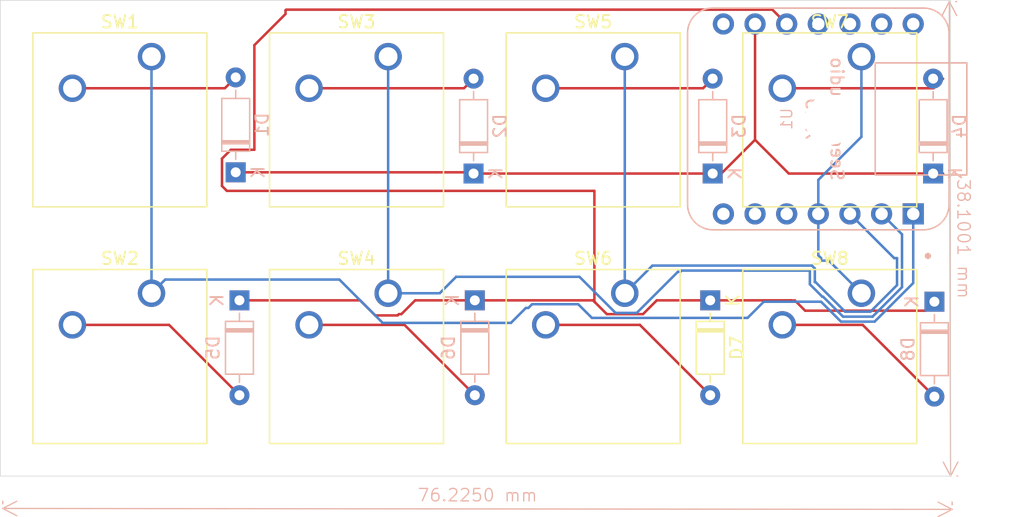
<source format=kicad_pcb>
(kicad_pcb (version 20240108) (generator "pcbnew") (generator_version "8.0")
  (layers (0 "F.Cu" signal) (31 "B.Cu" signal) (34 "B.Paste" user) (35 "F.Paste" user) (36 "B.SilkS" user "B.Silkscreen") (37 "F.SilkS" user "F.Silkscreen") (38 "B.Mask" user) (39 "F.Mask" user) (44 "Edge.Cuts" user))
  (net 0 "")
  (net 3 "column 0")
  (net 4 "column 1")
  (net 5 "column 2")
  (net 6 "column 3")
  (net 10 "row 0")
  (net 12 "Net-(D2-A)")
  (net 13 "GND")
  (net 15 "Net-(D4-A)")
  (net 16 "row 1")
  (net 17 "Net-(D5-A)")
  (net 18 "Net-(D6-A)")
  (net 19 "Net-(D7-A)")
  (net 20 "Net-(D8-A)")
  (net 21 "Net-(D1-A)")
  (net 22 "Net-(D3-A)")
  (footprint "Button_Switch_Keyboard:SW_Cherry_MX_1.00u_Plate" (layer "F.Cu") (at 175.04 66.42)
    (property "Reference" "SW7" (at -2.54 -2.794 0) (layer "F.SilkS"))
    (property "Value" "SW_Push")
    (fp_line (start -9.525 -1.905) (end 4.445 -1.905) (stroke (width 0.12)) (layer "F.SilkS"))
    (fp_line (start -9.525 12.065) (end -9.525 -1.905) (stroke (width 0.12)) (layer "F.SilkS"))
    (fp_line (start 4.445 -1.905) (end 4.445 12.065) (stroke (width 0.12)) (layer "F.SilkS"))
    (fp_line (start 4.445 12.065) (end -9.525 12.065) (stroke (width 0.12)) (layer "F.SilkS"))
    (pad "" np_thru_hole circle (at -2.54 5.08) (size 4 4) (drill 4) (layers "*.Cu" "*.Mask"))
    (pad "1" thru_hole circle (at 0 0) (size 2.2 2.2) (drill 1.5) (layers "*.Cu" "*.Mask") (net 6 "column 3"))
    (pad "2" thru_hole circle (at -6.35 2.54) (size 2.2 2.2) (drill 1.5) (layers "*.Cu" "*.Mask") (net 15 "Net-(D4-A)"))
  )
  (footprint "Button_Switch_Keyboard:SW_Cherry_MX_1.00u_Plate" (layer "F.Cu") (at 137.04 66.42)
    (property "Reference" "SW3" (at -2.54 -2.794 0) (layer "F.SilkS"))
    (property "Value" "SW_Push")
    (fp_line (start -9.525 -1.905) (end 4.445 -1.905) (stroke (width 0.12)) (layer "F.SilkS"))
    (fp_line (start -9.525 12.065) (end -9.525 -1.905) (stroke (width 0.12)) (layer "F.SilkS"))
    (fp_line (start 4.445 -1.905) (end 4.445 12.065) (stroke (width 0.12)) (layer "F.SilkS"))
    (fp_line (start 4.445 12.065) (end -9.525 12.065) (stroke (width 0.12)) (layer "F.SilkS"))
    (pad "" np_thru_hole circle (at -2.54 5.08) (size 4 4) (drill 4) (layers "*.Cu" "*.Mask"))
    (pad "1" thru_hole circle (at 0 0) (size 2.2 2.2) (drill 1.5) (layers "*.Cu" "*.Mask") (net 4 "column 1"))
    (pad "2" thru_hole circle (at -6.35 2.54) (size 2.2 2.2) (drill 1.5) (layers "*.Cu" "*.Mask") (net 12 "Net-(D2-A)"))
  )
  (footprint "Button_Switch_Keyboard:SW_Cherry_MX_1.00u_Plate" (layer "F.Cu") (at 156.04 85.42)
    (property "Reference" "SW6" (at -2.54 -2.794 0) (layer "F.SilkS"))
    (property "Value" "SW_Push")
    (fp_line (start -9.525 -1.905) (end 4.445 -1.905) (stroke (width 0.12)) (layer "F.SilkS"))
    (fp_line (start -9.525 12.065) (end -9.525 -1.905) (stroke (width 0.12)) (layer "F.SilkS"))
    (fp_line (start 4.445 -1.905) (end 4.445 12.065) (stroke (width 0.12)) (layer "F.SilkS"))
    (fp_line (start 4.445 12.065) (end -9.525 12.065) (stroke (width 0.12)) (layer "F.SilkS"))
    (pad "" np_thru_hole circle (at -2.54 5.08) (size 4 4) (drill 4) (layers "*.Cu" "*.Mask"))
    (pad "1" thru_hole circle (at 0 0) (size 2.2 2.2) (drill 1.5) (layers "*.Cu" "*.Mask") (net 5 "column 2"))
    (pad "2" thru_hole circle (at -6.35 2.54) (size 2.2 2.2) (drill 1.5) (layers "*.Cu" "*.Mask") (net 19 "Net-(D7-A)"))
  )
  (footprint "Diode_THT:D_DO-35_SOD27_P7.62mm_Horizontal" (layer "F.Cu") (at 162.9 85.99 -90)
    (property "Reference" "D7" (at 3.81 -2.12 90) (layer "F.SilkS"))
    (property "Value" "1N4148")
    (fp_line (start 1.69 1.12) (end 5.93 1.12) (stroke (width 0.12)) (layer "F.SilkS"))
    (fp_line (start 5.93 1.12) (end 5.93 -1.12) (stroke (width 0.12)) (layer "F.SilkS"))
    (fp_line (start 1.04 0) (end 1.69 0) (stroke (width 0.12)) (layer "F.SilkS"))
    (fp_line (start 6.58 0) (end 5.93 0) (stroke (width 0.12)) (layer "F.SilkS"))
    (fp_line (start 1.69 -1.12) (end 1.69 1.12) (stroke (width 0.12)) (layer "F.SilkS"))
    (fp_line (start 2.29 -1.12) (end 2.29 1.12) (stroke (width 0.12)) (layer "F.SilkS"))
    (fp_line (start 2.41 -1.12) (end 2.41 1.12) (stroke (width 0.12)) (layer "F.SilkS"))
    (fp_line (start 2.53 -1.12) (end 2.53 1.12) (stroke (width 0.12)) (layer "F.SilkS"))
    (fp_line (start 5.93 -1.12) (end 1.69 -1.12) (stroke (width 0.12)) (layer "F.SilkS"))
    (fp_text user "K" (at 0 -1.8 90) (layer "F.SilkS"))
    (pad "1" thru_hole rect (at 0 0 270) (size 1.6 1.6) (drill 0.8) (layers "*.Cu" "*.Mask") (net 16 "row 1"))
    (pad "2" thru_hole oval (at 7.62 0 270) (size 1.6 1.6) (drill 0.8) (layers "*.Cu" "*.Mask") (net 19 "Net-(D7-A)"))
  )
  (footprint "Button_Switch_Keyboard:SW_Cherry_MX_1.00u_Plate" (layer "F.Cu") (at 137.04 85.42)
    (property "Reference" "SW4" (at -2.54 -2.794 0) (layer "F.SilkS"))
    (property "Value" "SW_Push")
    (fp_line (start -9.525 -1.905) (end 4.445 -1.905) (stroke (width 0.12)) (layer "F.SilkS"))
    (fp_line (start -9.525 12.065) (end -9.525 -1.905) (stroke (width 0.12)) (layer "F.SilkS"))
    (fp_line (start 4.445 -1.905) (end 4.445 12.065) (stroke (width 0.12)) (layer "F.SilkS"))
    (fp_line (start 4.445 12.065) (end -9.525 12.065) (stroke (width 0.12)) (layer "F.SilkS"))
    (pad "" np_thru_hole circle (at -2.54 5.08) (size 4 4) (drill 4) (layers "*.Cu" "*.Mask"))
    (pad "1" thru_hole circle (at 0 0) (size 2.2 2.2) (drill 1.5) (layers "*.Cu" "*.Mask") (net 4 "column 1"))
    (pad "2" thru_hole circle (at -6.35 2.54) (size 2.2 2.2) (drill 1.5) (layers "*.Cu" "*.Mask") (net 18 "Net-(D6-A)"))
  )
  (footprint "Button_Switch_Keyboard:SW_Cherry_MX_1.00u_Plate" (layer "F.Cu") (at 175.04 85.42)
    (property "Reference" "SW8" (at -2.54 -2.794 0) (layer "F.SilkS"))
    (property "Value" "SW_Push")
    (fp_line (start -9.525 -1.905) (end 4.445 -1.905) (stroke (width 0.12)) (layer "F.SilkS"))
    (fp_line (start -9.525 12.065) (end -9.525 -1.905) (stroke (width 0.12)) (layer "F.SilkS"))
    (fp_line (start 4.445 -1.905) (end 4.445 12.065) (stroke (width 0.12)) (layer "F.SilkS"))
    (fp_line (start 4.445 12.065) (end -9.525 12.065) (stroke (width 0.12)) (layer "F.SilkS"))
    (pad "" np_thru_hole circle (at -2.54 5.08) (size 4 4) (drill 4) (layers "*.Cu" "*.Mask"))
    (pad "1" thru_hole circle (at 0 0) (size 2.2 2.2) (drill 1.5) (layers "*.Cu" "*.Mask") (net 6 "column 3"))
    (pad "2" thru_hole circle (at -6.35 2.54) (size 2.2 2.2) (drill 1.5) (layers "*.Cu" "*.Mask") (net 20 "Net-(D8-A)"))
  )
  (footprint "Button_Switch_Keyboard:SW_Cherry_MX_1.00u_Plate" (layer "F.Cu") (at 156.04 66.42)
    (property "Reference" "SW5" (at -2.54 -2.794 0) (layer "F.SilkS"))
    (property "Value" "SW_Push")
    (fp_line (start -9.525 -1.905) (end 4.445 -1.905) (stroke (width 0.12)) (layer "F.SilkS"))
    (fp_line (start -9.525 12.065) (end -9.525 -1.905) (stroke (width 0.12)) (layer "F.SilkS"))
    (fp_line (start 4.445 -1.905) (end 4.445 12.065) (stroke (width 0.12)) (layer "F.SilkS"))
    (fp_line (start 4.445 12.065) (end -9.525 12.065) (stroke (width 0.12)) (layer "F.SilkS"))
    (pad "" np_thru_hole circle (at -2.54 5.08) (size 4 4) (drill 4) (layers "*.Cu" "*.Mask"))
    (pad "1" thru_hole circle (at 0 0) (size 2.2 2.2) (drill 1.5) (layers "*.Cu" "*.Mask") (net 5 "column 2"))
    (pad "2" thru_hole circle (at -6.35 2.54) (size 2.2 2.2) (drill 1.5) (layers "*.Cu" "*.Mask") (net 22 "Net-(D3-A)"))
  )
  (footprint "Button_Switch_Keyboard:SW_Cherry_MX_1.00u_Plate" (layer "F.Cu") (at 118.04 66.42)
    (property "Reference" "SW1" (at -2.54 -2.794 0) (layer "F.SilkS"))
    (property "Value" "SW_Push")
    (fp_line (start -9.525 -1.905) (end 4.445 -1.905) (stroke (width 0.12)) (layer "F.SilkS"))
    (fp_line (start -9.525 12.065) (end -9.525 -1.905) (stroke (width 0.12)) (layer "F.SilkS"))
    (fp_line (start 4.445 -1.905) (end 4.445 12.065) (stroke (width 0.12)) (layer "F.SilkS"))
    (fp_line (start 4.445 12.065) (end -9.525 12.065) (stroke (width 0.12)) (layer "F.SilkS"))
    (pad "" np_thru_hole circle (at -2.54 5.08) (size 4 4) (drill 4) (layers "*.Cu" "*.Mask"))
    (pad "1" thru_hole circle (at 0 0) (size 2.2 2.2) (drill 1.5) (layers "*.Cu" "*.Mask") (net 3 "column 0"))
    (pad "2" thru_hole circle (at -6.35 2.54) (size 2.2 2.2) (drill 1.5) (layers "*.Cu" "*.Mask") (net 21 "Net-(D1-A)"))
  )
  (footprint "Button_Switch_Keyboard:SW_Cherry_MX_1.00u_Plate" (layer "F.Cu") (at 118.04 85.42)
    (property "Reference" "SW2" (at -2.54 -2.794 0) (layer "F.SilkS"))
    (property "Value" "SW_Push")
    (fp_line (start -9.525 -1.905) (end 4.445 -1.905) (stroke (width 0.12)) (layer "F.SilkS"))
    (fp_line (start -9.525 12.065) (end -9.525 -1.905) (stroke (width 0.12)) (layer "F.SilkS"))
    (fp_line (start 4.445 -1.905) (end 4.445 12.065) (stroke (width 0.12)) (layer "F.SilkS"))
    (fp_line (start 4.445 12.065) (end -9.525 12.065) (stroke (width 0.12)) (layer "F.SilkS"))
    (pad "" np_thru_hole circle (at -2.54 5.08) (size 4 4) (drill 4) (layers "*.Cu" "*.Mask"))
    (pad "1" thru_hole circle (at 0 0) (size 2.2 2.2) (drill 1.5) (layers "*.Cu" "*.Mask") (net 3 "column 0"))
    (pad "2" thru_hole circle (at -6.35 2.54) (size 2.2 2.2) (drill 1.5) (layers "*.Cu" "*.Mask") (net 17 "Net-(D5-A)"))
  )
  (footprint "Diode_THT:D_DO-35_SOD27_P7.62mm_Horizontal" (layer "B.Cu") (at 143.9 75.81 90)
    (property "Reference" "D2" (at 3.81 2.12 90) (layer "B.SilkS") (effects (justify mirror)))
    (property "Value" "1N4148")
    (fp_line (start 5.93 -1.12) (end 1.69 -1.12) (stroke (width 0.12)) (layer "B.SilkS"))
    (fp_line (start 2.53 -1.12) (end 2.53 1.12) (stroke (width 0.12)) (layer "B.SilkS"))
    (fp_line (start 2.41 -1.12) (end 2.41 1.12) (stroke (width 0.12)) (layer "B.SilkS"))
    (fp_line (start 2.29 -1.12) (end 2.29 1.12) (stroke (width 0.12)) (layer "B.SilkS"))
    (fp_line (start 1.69 -1.12) (end 1.69 1.12) (stroke (width 0.12)) (layer "B.SilkS"))
    (fp_line (start 5.93 0) (end 6.58 0) (stroke (width 0.12)) (layer "B.SilkS"))
    (fp_line (start 1.69 0) (end 1.04 0) (stroke (width 0.12)) (layer "B.SilkS"))
    (fp_line (start 5.93 1.12) (end 5.93 -1.12) (stroke (width 0.12)) (layer "B.SilkS"))
    (fp_line (start 1.69 1.12) (end 5.93 1.12) (stroke (width 0.12)) (layer "B.SilkS"))
    (fp_text user "K" (at 0 1.8 90) (layer "B.SilkS") (effects (justify mirror)))
    (pad "1" thru_hole rect (at 0 0 90) (size 1.6 1.6) (drill 0.8) (layers "*.Cu" "*.Mask") (net 10 "row 0"))
    (pad "2" thru_hole oval (at 7.62 0 90) (size 1.6 1.6) (drill 0.8) (layers "*.Cu" "*.Mask") (net 12 "Net-(D2-A)"))
  )
  (footprint "Diode_THT:D_DO-35_SOD27_P7.62mm_Horizontal" (layer "B.Cu") (at 180.9 86.1 -90)
    (property "Reference" "D8" (at 3.81 2.12 90) (layer "B.SilkS") (effects (justify mirror)))
    (property "Value" "1N4148")
    (fp_line (start 1.69 1.12) (end 5.93 1.12) (stroke (width 0.12)) (layer "B.SilkS"))
    (fp_line (start 5.93 1.12) (end 5.93 -1.12) (stroke (width 0.12)) (layer "B.SilkS"))
    (fp_line (start 1.69 0) (end 1.04 0) (stroke (width 0.12)) (layer "B.SilkS"))
    (fp_line (start 5.93 0) (end 6.58 0) (stroke (width 0.12)) (layer "B.SilkS"))
    (fp_line (start 1.69 -1.12) (end 1.69 1.12) (stroke (width 0.12)) (layer "B.SilkS"))
    (fp_line (start 2.29 -1.12) (end 2.29 1.12) (stroke (width 0.12)) (layer "B.SilkS"))
    (fp_line (start 2.41 -1.12) (end 2.41 1.12) (stroke (width 0.12)) (layer "B.SilkS"))
    (fp_line (start 2.53 -1.12) (end 2.53 1.12) (stroke (width 0.12)) (layer "B.SilkS"))
    (fp_line (start 5.93 -1.12) (end 1.69 -1.12) (stroke (width 0.12)) (layer "B.SilkS"))
    (fp_text user "K" (at 0 1.8 90) (layer "B.SilkS") (effects (justify mirror)))
    (pad "1" thru_hole rect (at 0 0 270) (size 1.6 1.6) (drill 0.8) (layers "*.Cu" "*.Mask") (net 16 "row 1"))
    (pad "2" thru_hole oval (at 7.62 0 270) (size 1.6 1.6) (drill 0.8) (layers "*.Cu" "*.Mask") (net 20 "Net-(D8-A)"))
  )
  (footprint "Seeed Studio XIAO Series Library:XIAO-Generic-Thruhole-14P-2.54-21X17.8MM" (layer "B.Cu") (at 171.58 71.425 90)
    (property "Reference" "U1" (at 0 -2.54 90) (layer "B.SilkS") (effects (font (size 0.889 0.889) (thickness 0.1016)) (justify mirror)))
    (property "Value" "Seeed Studio XIAO SAMD21" (hide yes))
    (fp_line (start 6.9 -10.5) (end -6.9 -10.5) (stroke (width 0.127)) (layer "B.SilkS"))
    (fp_line (start -8.9 -8.5) (end -8.9 8.5) (stroke (width 0.127)) (layer "B.SilkS"))
    (fp_line (start 4.5 4.57073) (end 4.5 11.92403) (stroke (width 0.127)) (layer "B.SilkS"))
    (fp_line (start -4.5 4.57073) (end 4.5 4.57073) (stroke (width 0.127)) (layer "B.SilkS"))
    (fp_line (start 8.9 8.5) (end 8.9 -8.5) (stroke (width 0.127)) (layer "B.SilkS"))
    (fp_line (start -6.9 10.49909) (end 6.9 10.49909) (stroke (width 0.127)) (layer "B.SilkS"))
    (fp_line (start 4.5 11.92403) (end -4.5 11.92403) (stroke (width 0.127)) (layer "B.SilkS"))
    (fp_line (start -4.5 11.92403) (end -4.5 4.57073) (stroke (width 0.127)) (layer "B.SilkS"))
    (fp_arc (start 6.9 -10.5) (mid 8.314214 -9.914214) (end 8.9 -8.5) (stroke (width 0.12)) (layer "B.SilkS"))
    (fp_arc (start -8.9 -8.5) (mid -8.301423 -9.901423) (end -6.9 -10.5) (stroke (width 0.12)) (layer "B.SilkS"))
    (fp_arc (start 8.9 8.5) (mid 8.301492 9.901492) (end 6.9 10.5) (stroke (width 0.12)) (layer "B.SilkS"))
    (fp_arc (start -6.9 10.5) (mid -8.301491 9.901491) (end -8.9 8.5) (stroke (width 0.12)) (layer "B.SilkS"))
    (fp_circle (center -11 8.8) (end -11 9.054) (fill solid) (layer "B.SilkS"))
    (fp_poly (pts (xy -8.887715 8.561705) (xy -8.884667 8.610473) (xy -8.880603 8.659494)) (stroke (width 0.0254)) (fill none) (layer "B.SilkS"))
    (fp_poly (pts (xy 8.889492 -8.521574) (xy 8.887713 -8.57085) (xy 8.884665 -8.619618) (xy 8.880601 -8.668639) (xy 8.875268 -8.717407) (xy 8.868664 -8.766175) (xy 8.861044 -8.81469) (xy 8.852153 -8.86295) (xy 8.842248 -8.910955)) (stroke (width 0.0254)) (fill none) (layer "B.SilkS"))
    (fp_text user "XIAO" (at 0 -0.5 -90) (layer "B.SilkS") (effects (justify mirror)))
    (fp_text user "Seeed Studio" (at 0 1.5 -90) (layer "B.SilkS") (effects (justify mirror)))
    (pad "1" thru_hole rect (at -7.625 7.62 90) (size 1.7 1.7) (drill 1) (layers "*.Cu" "*.Mask") (net 3 "column 0"))
    (pad "2" thru_hole circle (at -7.625 5.08 90) (size 1.7 1.7) (drill 1) (layers "*.Cu" "*.Mask") (net 4 "column 1"))
    (pad "3" thru_hole circle (at -7.625 2.54 90) (size 1.7 1.7) (drill 1) (layers "*.Cu" "*.Mask") (net 5 "column 2"))
    (pad "4" thru_hole circle (at -7.625 0 90) (size 1.7 1.7) (drill 1) (layers "*.Cu" "*.Mask") (net 6 "column 3"))
    (pad "5" thru_hole circle (at -7.625 -2.54 90) (size 1.7 1.7) (drill 1) (layers "*.Cu" "*.Mask"))
    (pad "6" thru_hole circle (at -7.625 -5.08 270) (size 1.7 1.7) (drill 1) (layers "*.Cu" "*.Mask"))
    (pad "7" thru_hole circle (at -7.625 -7.62 90) (size 1.7 1.7) (drill 1) (layers "*.Cu" "*.Mask"))
    (pad "8" thru_hole circle (at 7.625 -7.62 90) (size 1.7 1.7) (drill 1) (layers "*.Cu" "*.Mask"))
    (pad "9" thru_hole circle (at 7.625 -5.08 90) (size 1.7 1.7) (drill 1) (layers "*.Cu" "*.Mask") (net 10 "row 0"))
    (pad "10" thru_hole circle (at 7.625 -2.54 90) (size 1.7 1.7) (drill 1) (layers "*.Cu" "*.Mask") (net 16 "row 1"))
    (pad "11" thru_hole circle (at 7.625 0 90) (size 1.7 1.7) (drill 1) (layers "*.Cu" "*.Mask"))
    (pad "12" thru_hole circle (at 7.625 2.54 90) (size 1.7 1.7) (drill 1) (layers "*.Cu" "*.Mask"))
    (pad "13" thru_hole circle (at 7.625 5.08 90) (size 1.7 1.7) (drill 1) (layers "*.Cu" "*.Mask") (net 13 "GND"))
    (pad "14" thru_hole circle (at 7.625 7.62 90) (size 1.7 1.7) (drill 1) (layers "*.Cu" "*.Mask"))
  )
  (footprint "Diode_THT:D_DO-35_SOD27_P7.62mm_Horizontal" (layer "B.Cu") (at 124.8 75.71 90)
    (property "Reference" "D1" (at 3.81 2.12 90) (layer "B.SilkS") (effects (justify mirror)))
    (property "Value" "1N4148")
    (fp_line (start 5.93 -1.12) (end 1.69 -1.12) (stroke (width 0.12)) (layer "B.SilkS"))
    (fp_line (start 2.53 -1.12) (end 2.53 1.12) (stroke (width 0.12)) (layer "B.SilkS"))
    (fp_line (start 2.41 -1.12) (end 2.41 1.12) (stroke (width 0.12)) (layer "B.SilkS"))
    (fp_line (start 2.29 -1.12) (end 2.29 1.12) (stroke (width 0.12)) (layer "B.SilkS"))
    (fp_line (start 1.69 -1.12) (end 1.69 1.12) (stroke (width 0.12)) (layer "B.SilkS"))
    (fp_line (start 5.93 0) (end 6.58 0) (stroke (width 0.12)) (layer "B.SilkS"))
    (fp_line (start 1.69 0) (end 1.04 0) (stroke (width 0.12)) (layer "B.SilkS"))
    (fp_line (start 5.93 1.12) (end 5.93 -1.12) (stroke (width 0.12)) (layer "B.SilkS"))
    (fp_line (start 1.69 1.12) (end 5.93 1.12) (stroke (width 0.12)) (layer "B.SilkS"))
    (fp_text user "K" (at 0 1.8 90) (layer "B.SilkS") (effects (justify mirror)))
    (pad "1" thru_hole rect (at 0 0 90) (size 1.6 1.6) (drill 0.8) (layers "*.Cu" "*.Mask") (net 10 "row 0"))
    (pad "2" thru_hole oval (at 7.62 0 90) (size 1.6 1.6) (drill 0.8) (layers "*.Cu" "*.Mask") (net 21 "Net-(D1-A)"))
  )
  (footprint "Diode_THT:D_DO-35_SOD27_P7.62mm_Horizontal" (layer "B.Cu") (at 144 85.99 -90)
    (property "Reference" "D6" (at 3.81 2.12 90) (layer "B.SilkS") (effects (justify mirror)))
    (property "Value" "1N4148")
    (fp_line (start 1.69 1.12) (end 5.93 1.12) (stroke (width 0.12)) (layer "B.SilkS"))
    (fp_line (start 5.93 1.12) (end 5.93 -1.12) (stroke (width 0.12)) (layer "B.SilkS"))
    (fp_line (start 1.69 0) (end 1.04 0) (stroke (width 0.12)) (layer "B.SilkS"))
    (fp_line (start 5.93 0) (end 6.58 0) (stroke (width 0.12)) (layer "B.SilkS"))
    (fp_line (start 1.69 -1.12) (end 1.69 1.12) (stroke (width 0.12)) (layer "B.SilkS"))
    (fp_line (start 2.29 -1.12) (end 2.29 1.12) (stroke (width 0.12)) (layer "B.SilkS"))
    (fp_line (start 2.41 -1.12) (end 2.41 1.12) (stroke (width 0.12)) (layer "B.SilkS"))
    (fp_line (start 2.53 -1.12) (end 2.53 1.12) (stroke (width 0.12)) (layer "B.SilkS"))
    (fp_line (start 5.93 -1.12) (end 1.69 -1.12) (stroke (width 0.12)) (layer "B.SilkS"))
    (fp_text user "K" (at 0 1.8 90) (layer "B.SilkS") (effects (justify mirror)))
    (pad "1" thru_hole rect (at 0 0 270) (size 1.6 1.6) (drill 0.8) (layers "*.Cu" "*.Mask") (net 16 "row 1"))
    (pad "2" thru_hole oval (at 7.62 0 270) (size 1.6 1.6) (drill 0.8) (layers "*.Cu" "*.Mask") (net 18 "Net-(D6-A)"))
  )
  (footprint "Diode_THT:D_DO-35_SOD27_P7.62mm_Horizontal" (layer "B.Cu") (at 180.8 75.81 90)
    (property "Reference" "D4" (at 3.81 2.12 90) (layer "B.SilkS") (effects (justify mirror)))
    (property "Value" "1N4148")
    (fp_line (start 5.93 -1.12) (end 1.69 -1.12) (stroke (width 0.12)) (layer "B.SilkS"))
    (fp_line (start 2.53 -1.12) (end 2.53 1.12) (stroke (width 0.12)) (layer "B.SilkS"))
    (fp_line (start 2.41 -1.12) (end 2.41 1.12) (stroke (width 0.12)) (layer "B.SilkS"))
    (fp_line (start 2.29 -1.12) (end 2.29 1.12) (stroke (width 0.12)) (layer "B.SilkS"))
    (fp_line (start 1.69 -1.12) (end 1.69 1.12) (stroke (width 0.12)) (layer "B.SilkS"))
    (fp_line (start 5.93 0) (end 6.58 0) (stroke (width 0.12)) (layer "B.SilkS"))
    (fp_line (start 1.69 0) (end 1.04 0) (stroke (width 0.12)) (layer "B.SilkS"))
    (fp_line (start 5.93 1.12) (end 5.93 -1.12) (stroke (width 0.12)) (layer "B.SilkS"))
    (fp_line (start 1.69 1.12) (end 5.93 1.12) (stroke (width 0.12)) (layer "B.SilkS"))
    (fp_text user "K" (at 0 1.8 90) (layer "B.SilkS") (effects (justify mirror)))
    (pad "1" thru_hole rect (at 0 0 90) (size 1.6 1.6) (drill 0.8) (layers "*.Cu" "*.Mask") (net 10 "row 0"))
    (pad "2" thru_hole oval (at 7.62 0 90) (size 1.6 1.6) (drill 0.8) (layers "*.Cu" "*.Mask") (net 15 "Net-(D4-A)"))
  )
  (footprint "Diode_THT:D_DO-35_SOD27_P7.62mm_Horizontal" (layer "B.Cu") (at 125.1 85.99 -90)
    (property "Reference" "D5" (at 3.81 2.12 90) (layer "B.SilkS") (effects (justify mirror)))
    (property "Value" "1N4148")
    (fp_line (start 1.69 1.12) (end 5.93 1.12) (stroke (width 0.12)) (layer "B.SilkS"))
    (fp_line (start 5.93 1.12) (end 5.93 -1.12) (stroke (width 0.12)) (layer "B.SilkS"))
    (fp_line (start 1.69 0) (end 1.04 0) (stroke (width 0.12)) (layer "B.SilkS"))
    (fp_line (start 5.93 0) (end 6.58 0) (stroke (width 0.12)) (layer "B.SilkS"))
    (fp_line (start 1.69 -1.12) (end 1.69 1.12) (stroke (width 0.12)) (layer "B.SilkS"))
    (fp_line (start 2.29 -1.12) (end 2.29 1.12) (stroke (width 0.12)) (layer "B.SilkS"))
    (fp_line (start 2.41 -1.12) (end 2.41 1.12) (stroke (width 0.12)) (layer "B.SilkS"))
    (fp_line (start 2.53 -1.12) (end 2.53 1.12) (stroke (width 0.12)) (layer "B.SilkS"))
    (fp_line (start 5.93 -1.12) (end 1.69 -1.12) (stroke (width 0.12)) (layer "B.SilkS"))
    (fp_text user "K" (at 0 1.8 90) (layer "B.SilkS") (effects (justify mirror)))
    (pad "1" thru_hole rect (at 0 0 270) (size 1.6 1.6) (drill 0.8) (layers "*.Cu" "*.Mask") (net 16 "row 1"))
    (pad "2" thru_hole oval (at 7.62 0 270) (size 1.6 1.6) (drill 0.8) (layers "*.Cu" "*.Mask") (net 17 "Net-(D5-A)"))
  )
  (footprint "Diode_THT:D_DO-35_SOD27_P7.62mm_Horizontal" (layer "B.Cu") (at 163.1 75.81 90)
    (property "Reference" "D3" (at 3.81 2.12 90) (layer "B.SilkS") (effects (justify mirror)))
    (property "Value" "1N4148")
    (fp_line (start 5.93 -1.12) (end 1.69 -1.12) (stroke (width 0.12)) (layer "B.SilkS"))
    (fp_line (start 2.53 -1.12) (end 2.53 1.12) (stroke (width 0.12)) (layer "B.SilkS"))
    (fp_line (start 2.41 -1.12) (end 2.41 1.12) (stroke (width 0.12)) (layer "B.SilkS"))
    (fp_line (start 2.29 -1.12) (end 2.29 1.12) (stroke (width 0.12)) (layer "B.SilkS"))
    (fp_line (start 1.69 -1.12) (end 1.69 1.12) (stroke (width 0.12)) (layer "B.SilkS"))
    (fp_line (start 5.93 0) (end 6.58 0) (stroke (width 0.12)) (layer "B.SilkS"))
    (fp_line (start 1.69 0) (end 1.04 0) (stroke (width 0.12)) (layer "B.SilkS"))
    (fp_line (start 5.93 1.12) (end 5.93 -1.12) (stroke (width 0.12)) (layer "B.SilkS"))
    (fp_line (start 1.69 1.12) (end 5.93 1.12) (stroke (width 0.12)) (layer "B.SilkS"))
    (fp_text user "K" (at 0 1.8 90) (layer "B.SilkS") (effects (justify mirror)))
    (pad "1" thru_hole rect (at 0 0 90) (size 1.6 1.6) (drill 0.8) (layers "*.Cu" "*.Mask") (net 10 "row 0"))
    (pad "2" thru_hole oval (at 7.62 0 90) (size 1.6 1.6) (drill 0.8) (layers "*.Cu" "*.Mask") (net 22 "Net-(D3-A)"))
  )
  (gr_rect (start 105.9 61.9) (end 182.2 100.1) (stroke (width 0.05)) (fill none) (layer "Edge.Cuts"))
  (dimension (type aligned) (layer "B.SilkS") (pts (xy 182.324864 102.913007) (xy 106.099864 102.838007)) (height 0.138007) (gr_text "76.2250 mm" (at 144.213582 101.637501 -0.05637496985) (layer "B.SilkS") (effects (font (size 1 1) (thickness 0.1)))) (format (prefix "") (suffix "") (units 3) (units_format 1) (precision 4)) (style (thickness 0.1) (arrow_length 1.27) (text_position_mode 0) (extension_height 0.58642) (extension_offset 0.5) keep_text_aligned))
  (dimension (type aligned) (layer "B.SilkS") (pts (xy 182.1 62) (xy 182.2 100.1)) (height 0) (gr_text "38.1001 mm" (at 183.249996 81.047113 270.1503823) (layer "B.SilkS") (effects (font (size 1 1) (thickness 0.1)))) (format (prefix "") (suffix "") (units 3) (units_format 1) (precision 4)) (style (thickness 0.1) (arrow_length 1.27) (text_position_mode 0) (extension_height 0.58642) (extension_offset 0.5) keep_text_aligned))
  (segment (start 167.2 86.1) (end 171.8 86.1) (width 0.2) (layer "B.Cu") (net 3))
  (segment (start 133.120001 84.320001) (end 136.6 87.8) (width 0.2) (layer "B.Cu") (net 3))
  (segment (start 152.3 86.3) (end 153.4 87.4) (width 0.2) (layer "B.Cu") (net 3))
  (segment (start 118.04 66.42) (end 118.04 85.42) (width 0.2) (layer "B.Cu") (net 3))
  (segment (start 118.04 85.42) (end 119.139999 84.320001) (width 0.2) (layer "B.Cu") (net 3))
  (segment (start 148.6 86.3) (end 152.3 86.3) (width 0.2) (layer "B.Cu") (net 3))
  (segment (start 136.6 87.8) (end 146.9 87.8) (width 0.2) (layer "B.Cu") (net 3))
  (segment (start 148.1 86.6) (end 148.3 86.6) (width 0.2) (layer "B.Cu") (net 3))
  (segment (start 171.8 86.1) (end 173.4 87.7) (width 0.2) (layer "B.Cu") (net 3))
  (segment (start 179.2 84.6) (end 179.2 79.05) (width 0.2) (layer "B.Cu") (net 3))
  (segment (start 173.4 87.7) (end 176.1 87.7) (width 0.2) (layer "B.Cu") (net 3))
  (segment (start 153.4 87.4) (end 165.9 87.4) (width 0.2) (layer "B.Cu") (net 3))
  (segment (start 148.3 86.6) (end 148.6 86.3) (width 0.2) (layer "B.Cu") (net 3))
  (segment (start 176.1 87.7) (end 179.2 84.6) (width 0.2) (layer "B.Cu") (net 3))
  (segment (start 119.139999 84.320001) (end 133.120001 84.320001) (width 0.2) (layer "B.Cu") (net 3))
  (segment (start 165.9 87.4) (end 167.2 86.1) (width 0.2) (layer "B.Cu") (net 3))
  (segment (start 146.9 87.8) (end 148.1 86.6) (width 0.2) (layer "B.Cu") (net 3))
  (segment (start 171.965686 85.7) (end 173.565686 87.3) (width 0.2) (layer "B.Cu") (net 4))
  (segment (start 160.6 83.6) (end 170.9 83.6) (width 0.2) (layer "B.Cu") (net 4))
  (segment (start 155.3 87) (end 157 87) (width 0.2) (layer "B.Cu") (net 4))
  (segment (start 170.9 83.6) (end 170.9 84.7) (width 0.2) (layer "B.Cu") (net 4))
  (segment (start 157 87) (end 160.3 83.7) (width 0.2) (layer "B.Cu") (net 4))
  (segment (start 173.565686 87.3) (end 175.934314 87.3) (width 0.2) (layer "B.Cu") (net 4))
  (segment (start 160.5 83.7) (end 160.6 83.6) (width 0.2) (layer "B.Cu") (net 4))
  (segment (start 178.3 84.934314) (end 178.3 80.69) (width 0.2) (layer "B.Cu") (net 4))
  (segment (start 152.4 84.1) (end 155.3 87) (width 0.2) (layer "B.Cu") (net 4))
  (segment (start 137.04 66.42) (end 137.04 85.42) (width 0.2) (layer "B.Cu") (net 4))
  (segment (start 175.934314 87.3) (end 178.3 84.934314) (width 0.2) (layer "B.Cu") (net 4))
  (segment (start 160.3 83.7) (end 160.5 83.7) (width 0.2) (layer "B.Cu") (net 4))
  (segment (start 170.9 84.7) (end 171.9 85.7) (width 0.2) (layer "B.Cu") (net 4))
  (segment (start 178.3 80.69) (end 176.66 79.05) (width 0.2) (layer "B.Cu") (net 4))
  (segment (start 171.9 85.7) (end 171.965686 85.7) (width 0.2) (layer "B.Cu") (net 4))
  (segment (start 141.18 85.42) (end 142.5 84.1) (width 0.2) (layer "B.Cu") (net 4))
  (segment (start 137.04 85.42) (end 141.18 85.42) (width 0.2) (layer "B.Cu") (net 4))
  (segment (start 142.5 84.1) (end 152.4 84.1) (width 0.2) (layer "B.Cu") (net 4))
  (segment (start 171.3 83.434315) (end 171.3 84.534314) (width 0.2) (layer "B.Cu") (net 5))
  (segment (start 156.04 85.42) (end 158.26 83.2) (width 0.2) (layer "B.Cu") (net 5))
  (segment (start 177.67 82.6) (end 174.12 79.05) (width 0.2) (layer "B.Cu") (net 5))
  (segment (start 173.731371 86.9) (end 175.768628 86.9) (width 0.2) (layer "B.Cu") (net 5))
  (segment (start 171.365685 84.534314) (end 173.731371 86.9) (width 0.2) (layer "B.Cu") (net 5))
  (segment (start 177.9 84.768628) (end 177.9 82.6) (width 0.2) (layer "B.Cu") (net 5))
  (segment (start 158.26 83.2) (end 171.065685 83.2) (width 0.2) (layer "B.Cu") (net 5))
  (segment (start 171.065685 83.2) (end 171.3 83.434315) (width 0.2) (layer "B.Cu") (net 5))
  (segment (start 156.04 66.42) (end 156.04 85.42) (width 0.2) (layer "B.Cu") (net 5))
  (segment (start 175.768628 86.9) (end 177.9 84.768628) (width 0.2) (layer "B.Cu") (net 5))
  (segment (start 171.3 84.534314) (end 171.365685 84.534314) (width 0.2) (layer "B.Cu") (net 5))
  (segment (start 177.9 82.6) (end 177.67 82.6) (width 0.2) (layer "B.Cu") (net 5))
  (segment (start 171.58 79.05) (end 171.58 76.32) (width 0.2) (layer "B.Cu") (net 6))
  (segment (start 171.8 82.6) (end 171.58 82.38) (width 0.2) (layer "B.Cu") (net 6))
  (segment (start 171.58 82.38) (end 171.58 79.05) (width 0.2) (layer "B.Cu") (net 6))
  (segment (start 171.58 76.32) (end 175.04 72.86) (width 0.2) (layer "B.Cu") (net 6))
  (segment (start 175.04 72.86) (end 175.04 66.42) (width 0.2) (layer "B.Cu") (net 6))
  (segment (start 171.8 82.8) (end 171.8 82.6) (width 0.2) (layer "B.Cu") (net 6))
  (segment (start 172.42 82.8) (end 171.8 82.8) (width 0.2) (layer "B.Cu") (net 6))
  (segment (start 175.04 85.42) (end 172.42 82.8) (width 0.2) (layer "B.Cu") (net 6))
  (segment (start 163.79 75.81) (end 166.5 73.1) (width 0.2) (layer "F.Cu") (net 10))
  (segment (start 169.21 75.81) (end 181.6 75.81) (width 0.2) (layer "F.Cu") (net 10))
  (segment (start 163.1 75.81) (end 163.79 75.81) (width 0.2) (layer "F.Cu") (net 10))
  (segment (start 124.8 75.71) (end 143.8 75.71) (width 0.2) (layer "F.Cu") (net 10))
  (segment (start 143.9 75.81) (end 163.1 75.81) (width 0.2) (layer "F.Cu") (net 10))
  (segment (start 143.8 75.71) (end 143.9 75.81) (width 0.2) (layer "F.Cu") (net 10))
  (segment (start 166.5 73.1) (end 166.5 63.8) (width 0.2) (layer "F.Cu") (net 10))
  (segment (start 166.5 73.1) (end 169.21 75.81) (width 0.2) (layer "F.Cu") (net 10))
  (segment (start 130.69 68.96) (end 143.13 68.96) (width 0.2) (layer "F.Cu") (net 12))
  (segment (start 143.13 68.96) (end 143.9 68.19) (width 0.2) (layer "F.Cu") (net 12))
  (segment (start 180.83 68.96) (end 181.6 68.19) (width 0.2) (layer "F.Cu") (net 15))
  (segment (start 168.69 68.96) (end 180.83 68.96) (width 0.2) (layer "F.Cu") (net 15))
  (segment (start 180.9 86.1) (end 180.18 86.82) (width 0.2) (layer "F.Cu") (net 16))
  (segment (start 123.7 74.61) (end 123.7 76.81) (width 0.2) (layer "F.Cu") (net 16))
  (segment (start 169.7 86) (end 169.4 86) (width 0.2) (layer "F.Cu") (net 16))
  (segment (start 144 85.99) (end 139.21 85.99) (width 0.2) (layer "F.Cu") (net 16))
  (segment (start 128.8 62.7) (end 128.8 63) (width 0.2) (layer "F.Cu") (net 16))
  (segment (start 169.39 85.99) (end 162.9 85.99) (width 0.2) (layer "F.Cu") (net 16))
  (segment (start 128.8 63) (end 126.3 65.5) (width 0.2) (layer "F.Cu") (net 16))
  (segment (start 126.3 73.9) (end 124.41 73.9) (width 0.2) (layer "F.Cu") (net 16))
  (segment (start 138.1 87.1) (end 137.9 87.1) (width 0.2) (layer "F.Cu") (net 16))
  (segment (start 153.49 85.99) (end 144 85.99) (width 0.2) (layer "F.Cu") (net 16))
  (segment (start 169.4 86) (end 169.39 85.99) (width 0.2) (layer "F.Cu") (net 16))
  (segment (start 162.9 85.99) (end 158.61 85.99) (width 0.2) (layer "F.Cu") (net 16))
  (segment (start 136 87.2) (end 134.79 85.99) (width 0.2) (layer "F.Cu") (net 16))
  (segment (start 128.85 62.65) (end 128.8 62.7) (width 0.2) (layer "F.Cu") (net 16))
  (segment (start 124.41 73.9) (end 123.7 74.61) (width 0.2) (layer "F.Cu") (net 16))
  (segment (start 170.52 86.82) (end 169.7 86) (width 0.2) (layer "F.Cu") (net 16))
  (segment (start 126.3 65.5) (end 126.3 73.9) (width 0.2) (layer "F.Cu") (net 16))
  (segment (start 153.6 86.1) (end 153.65 86.15) (width 0.2) (layer "F.Cu") (net 16))
  (segment (start 137.8 87.2) (end 136 87.2) (width 0.2) (layer "F.Cu") (net 16))
  (segment (start 124.09 77.2) (end 153.6 77.2) (width 0.2) (layer "F.Cu") (net 16))
  (segment (start 123.7 76.81) (end 124.09 77.2) (width 0.2) (layer "F.Cu") (net 16))
  (segment (start 158.61 85.99) (end 157.5 87.1) (width 0.2) (layer "F.Cu") (net 16))
  (segment (start 154.6 87.1) (end 153.65 86.15) (width 0.2) (layer "F.Cu") (net 16))
  (segment (start 153.6 77.2) (end 153.6 86.1) (width 0.2) (layer "F.Cu") (net 16))
  (segment (start 167.89 62.65) (end 128.85 62.65) (width 0.2) (layer "F.Cu") (net 16))
  (segment (start 137.9 87.1) (end 137.8 87.2) (width 0.2) (layer "F.Cu") (net 16))
  (segment (start 180.18 86.82) (end 170.52 86.82) (width 0.2) (layer "F.Cu") (net 16))
  (segment (start 139.21 85.99) (end 138.1 87.1) (width 0.2) (layer "F.Cu") (net 16))
  (segment (start 157.5 87.1) (end 154.6 87.1) (width 0.2) (layer "F.Cu") (net 16))
  (segment (start 134.79 85.99) (end 125.1 85.99) (width 0.2) (layer "F.Cu") (net 16))
  (segment (start 153.65 86.15) (end 153.49 85.99) (width 0.2) (layer "F.Cu") (net 16))
  (segment (start 169.04 63.8) (end 167.89 62.65) (width 0.2) (layer "F.Cu") (net 16))
  (segment (start 119.45 87.96) (end 125.1 93.61) (width 0.2) (layer "F.Cu") (net 17))
  (segment (start 111.69 87.96) (end 119.45 87.96) (width 0.2) (layer "F.Cu") (net 17))
  (segment (start 138.35 87.96) (end 144 93.61) (width 0.2) (layer "F.Cu") (net 18))
  (segment (start 130.69 87.96) (end 138.35 87.96) (width 0.2) (layer "F.Cu") (net 18))
  (segment (start 149.69 87.96) (end 157.25 87.96) (width 0.2) (layer "F.Cu") (net 19))
  (segment (start 157.25 87.96) (end 162.9 93.61) (width 0.2) (layer "F.Cu") (net 19))
  (segment (start 175.14 87.96) (end 180.9 93.72) (width 0.2) (layer "F.Cu") (net 20))
  (segment (start 168.69 87.96) (end 175.14 87.96) (width 0.2) (layer "F.Cu") (net 20))
  (segment (start 123.93 68.96) (end 124.8 68.09) (width 0.2) (layer "F.Cu") (net 21))
  (segment (start 111.69 68.96) (end 123.93 68.96) (width 0.2) (layer "F.Cu") (net 21))
  (segment (start 162.33 68.96) (end 163.1 68.19) (width 0.2) (layer "F.Cu") (net 22))
  (segment (start 149.69 68.96) (end 162.33 68.96) (width 0.2) (layer "F.Cu") (net 22))
)
</source>
